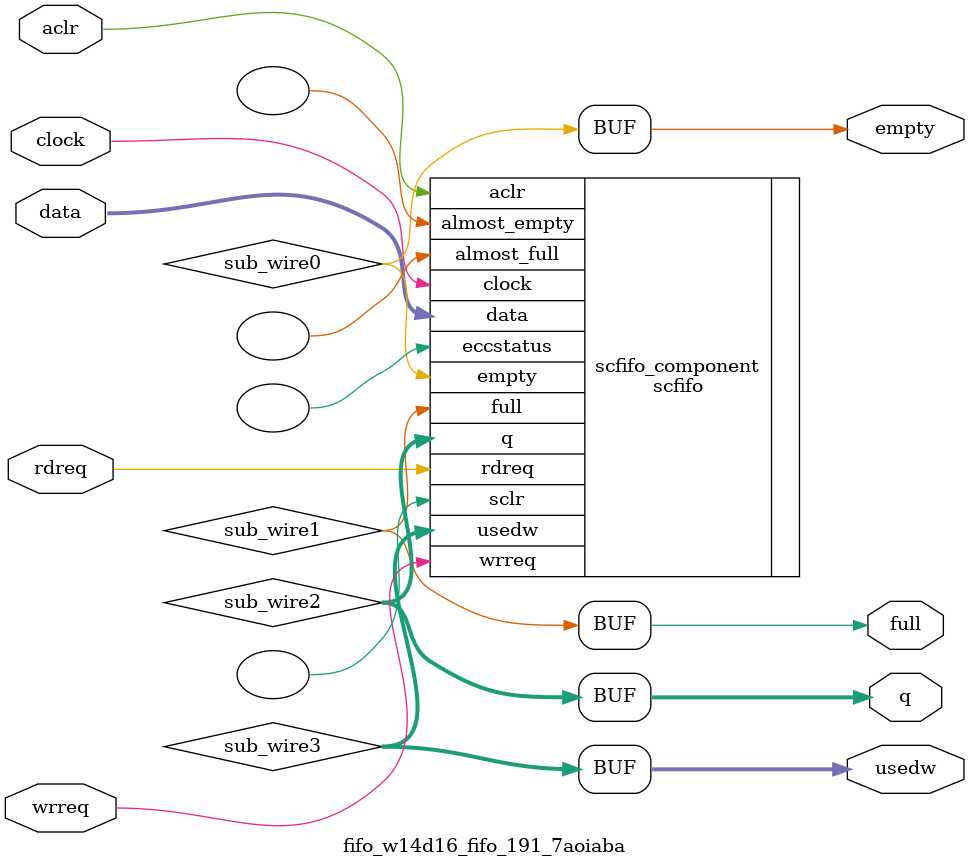
<source format=v>

`timescale 1 ps / 1 ps
module  fifo_w14d16_fifo_191_7aoiaba  (
    aclr,
    clock,
    data,
    rdreq,
    wrreq,
    empty,
    full,
    q,
    usedw);

    input    aclr;
    input    clock;
    input  [13:0]  data;
    input    rdreq;
    input    wrreq;
    output   empty;
    output   full;
    output [13:0]  q;
    output [3:0]  usedw;

    wire  sub_wire0;
    wire  sub_wire1;
    wire [13:0] sub_wire2;
    wire [3:0] sub_wire3;
    wire  empty = sub_wire0;
    wire  full = sub_wire1;
    wire [13:0] q = sub_wire2[13:0];
    wire [3:0] usedw = sub_wire3[3:0];

    scfifo  scfifo_component (
                .aclr (aclr),
                .clock (clock),
                .data (data),
                .rdreq (rdreq),
                .wrreq (wrreq),
                .empty (sub_wire0),
                .full (sub_wire1),
                .q (sub_wire2),
                .usedw (sub_wire3),
                .almost_empty (),
                .almost_full (),
                .eccstatus (),
                .sclr ());
    defparam
        scfifo_component.add_ram_output_register  = "OFF",
        scfifo_component.enable_ecc  = "FALSE",
        scfifo_component.intended_device_family  = "Arria 10",
        scfifo_component.lpm_numwords  = 16,
        scfifo_component.lpm_showahead  = "ON",
        scfifo_component.lpm_type  = "scfifo",
        scfifo_component.lpm_width  = 14,
        scfifo_component.lpm_widthu  = 4,
        scfifo_component.overflow_checking  = "ON",
        scfifo_component.underflow_checking  = "ON",
        scfifo_component.use_eab  = "ON";


endmodule



</source>
